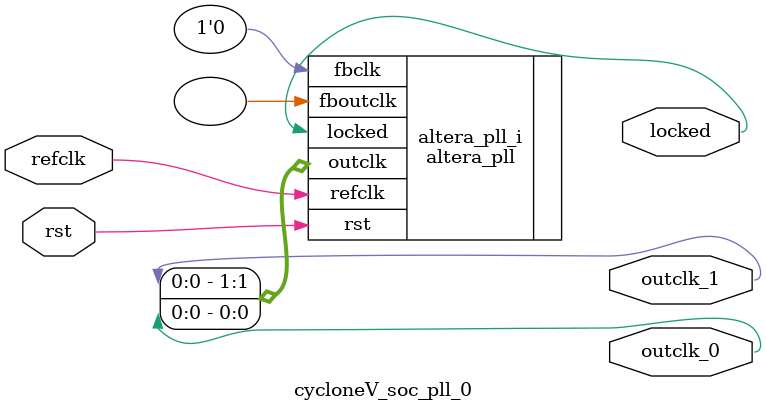
<source format=v>
`timescale 1ns/10ps
module  cycloneV_soc_pll_0(

	// interface 'refclk'
	input wire refclk,

	// interface 'reset'
	input wire rst,

	// interface 'outclk0'
	output wire outclk_0,

	// interface 'outclk1'
	output wire outclk_1,

	// interface 'locked'
	output wire locked
);

	altera_pll #(
		.fractional_vco_multiplier("false"),
		.reference_clock_frequency("50.0 MHz"),
		.operation_mode("direct"),
		.number_of_clocks(2),
		.output_clock_frequency0("10.000000 MHz"),
		.phase_shift0("0 ps"),
		.duty_cycle0(50),
		.output_clock_frequency1("5.000000 MHz"),
		.phase_shift1("0 ps"),
		.duty_cycle1(50),
		.output_clock_frequency2("0 MHz"),
		.phase_shift2("0 ps"),
		.duty_cycle2(50),
		.output_clock_frequency3("0 MHz"),
		.phase_shift3("0 ps"),
		.duty_cycle3(50),
		.output_clock_frequency4("0 MHz"),
		.phase_shift4("0 ps"),
		.duty_cycle4(50),
		.output_clock_frequency5("0 MHz"),
		.phase_shift5("0 ps"),
		.duty_cycle5(50),
		.output_clock_frequency6("0 MHz"),
		.phase_shift6("0 ps"),
		.duty_cycle6(50),
		.output_clock_frequency7("0 MHz"),
		.phase_shift7("0 ps"),
		.duty_cycle7(50),
		.output_clock_frequency8("0 MHz"),
		.phase_shift8("0 ps"),
		.duty_cycle8(50),
		.output_clock_frequency9("0 MHz"),
		.phase_shift9("0 ps"),
		.duty_cycle9(50),
		.output_clock_frequency10("0 MHz"),
		.phase_shift10("0 ps"),
		.duty_cycle10(50),
		.output_clock_frequency11("0 MHz"),
		.phase_shift11("0 ps"),
		.duty_cycle11(50),
		.output_clock_frequency12("0 MHz"),
		.phase_shift12("0 ps"),
		.duty_cycle12(50),
		.output_clock_frequency13("0 MHz"),
		.phase_shift13("0 ps"),
		.duty_cycle13(50),
		.output_clock_frequency14("0 MHz"),
		.phase_shift14("0 ps"),
		.duty_cycle14(50),
		.output_clock_frequency15("0 MHz"),
		.phase_shift15("0 ps"),
		.duty_cycle15(50),
		.output_clock_frequency16("0 MHz"),
		.phase_shift16("0 ps"),
		.duty_cycle16(50),
		.output_clock_frequency17("0 MHz"),
		.phase_shift17("0 ps"),
		.duty_cycle17(50),
		.pll_type("General"),
		.pll_subtype("General")
	) altera_pll_i (
		.rst	(rst),
		.outclk	({outclk_1, outclk_0}),
		.locked	(locked),
		.fboutclk	( ),
		.fbclk	(1'b0),
		.refclk	(refclk)
	);
endmodule


</source>
